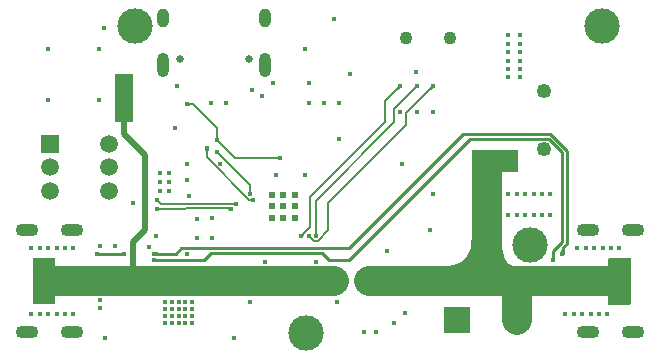
<source format=gbl>
G04*
G04 #@! TF.GenerationSoftware,Altium Limited,Altium Designer,22.2.1 (43)*
G04*
G04 Layer_Physical_Order=4*
G04 Layer_Color=16711680*
%FSLAX25Y25*%
%MOIN*%
G70*
G04*
G04 #@! TF.SameCoordinates,7E0105E5-CDA3-4412-BB16-D98C73C22E17*
G04*
G04*
G04 #@! TF.FilePolarity,Positive*
G04*
G01*
G75*
%ADD15C,0.01000*%
%ADD17C,0.00500*%
%ADD97C,0.02000*%
%ADD105R,0.07702X0.15448*%
%ADD109O,0.07480X0.04330*%
%ADD110R,0.09055X0.09055*%
%ADD111C,0.09055*%
%ADD112C,0.04331*%
%ADD113C,0.05906*%
%ADD114R,0.05906X0.05906*%
%ADD115C,0.11811*%
%ADD116C,0.04921*%
%ADD117O,0.03937X0.08268*%
%ADD118O,0.03937X0.06299*%
%ADD119C,0.02559*%
%ADD120C,0.02400*%
%ADD121C,0.01772*%
%ADD139R,0.05500X0.06200*%
%ADD140C,0.09843*%
%ADD141R,0.06000X0.16000*%
%ADD142R,0.15448X0.07702*%
G36*
X41477Y49611D02*
X41550Y49548D01*
X41623Y49493D01*
X41698Y49445D01*
X41772Y49404D01*
X41847Y49371D01*
X41923Y49345D01*
X41999Y49326D01*
X42075Y49315D01*
X42152Y49311D01*
Y48811D01*
X42075Y48808D01*
X41999Y48797D01*
X41923Y48778D01*
X41847Y48752D01*
X41772Y48719D01*
X41698Y48678D01*
X41623Y48630D01*
X41550Y48575D01*
X41477Y48512D01*
X41404Y48441D01*
Y49681D01*
X41477Y49611D01*
D02*
G37*
G36*
X40660Y34763D02*
X40696Y34742D01*
X40739Y34724D01*
X40790Y34709D01*
X40849Y34695D01*
X40916Y34685D01*
X41074Y34670D01*
X41263Y34665D01*
Y33665D01*
X41164Y33664D01*
X40916Y33646D01*
X40849Y33635D01*
X40790Y33622D01*
X40739Y33606D01*
X40696Y33588D01*
X40660Y33568D01*
X40633Y33545D01*
Y34785D01*
X40660Y34763D01*
D02*
G37*
G36*
X29367Y33380D02*
X29340Y33403D01*
X29305Y33423D01*
X29261Y33441D01*
X29210Y33457D01*
X29151Y33470D01*
X29084Y33481D01*
X28927Y33495D01*
X28737Y33500D01*
Y34500D01*
X28836Y34501D01*
X29084Y34519D01*
X29151Y34530D01*
X29210Y34543D01*
X29261Y34559D01*
X29305Y34577D01*
X29340Y34597D01*
X29367Y34620D01*
Y33380D01*
D02*
G37*
G36*
X21660Y34597D02*
X21696Y34577D01*
X21739Y34559D01*
X21790Y34543D01*
X21849Y34530D01*
X21916Y34519D01*
X22073Y34505D01*
X22263Y34500D01*
Y33500D01*
X22164Y33499D01*
X21916Y33481D01*
X21849Y33470D01*
X21790Y33457D01*
X21739Y33441D01*
X21696Y33423D01*
X21660Y33403D01*
X21633Y33380D01*
Y34620D01*
X21660Y34597D01*
D02*
G37*
G36*
X40660Y32597D02*
X40696Y32577D01*
X40739Y32559D01*
X40790Y32543D01*
X40849Y32530D01*
X40916Y32519D01*
X41074Y32505D01*
X41263Y32500D01*
Y31500D01*
X41164Y31499D01*
X40916Y31481D01*
X40849Y31470D01*
X40790Y31457D01*
X40739Y31441D01*
X40696Y31423D01*
X40660Y31403D01*
X40633Y31380D01*
Y32620D01*
X40660Y32597D01*
D02*
G37*
G36*
X41800Y50846D02*
X41743Y50898D01*
X41681Y50945D01*
X41614Y50985D01*
X41542Y51020D01*
X41466Y51050D01*
X41384Y51074D01*
X41298Y51092D01*
X41206Y51105D01*
X41110Y51113D01*
X41009Y51114D01*
X41886Y51991D01*
X41888Y51890D01*
X41895Y51794D01*
X41908Y51702D01*
X41926Y51616D01*
X41950Y51534D01*
X41980Y51458D01*
X42015Y51386D01*
X42055Y51319D01*
X42102Y51257D01*
X42153Y51200D01*
X41800Y50846D01*
D02*
G37*
G36*
X57292Y67914D02*
X57288Y67990D01*
X57277Y68067D01*
X57259Y68143D01*
X57233Y68219D01*
X57200Y68294D01*
X57159Y68368D01*
X57111Y68443D01*
X57055Y68516D01*
X56992Y68590D01*
X56922Y68662D01*
X58162D01*
X58092Y68590D01*
X58029Y68516D01*
X57973Y68443D01*
X57925Y68368D01*
X57885Y68294D01*
X57851Y68219D01*
X57825Y68143D01*
X57807Y68067D01*
X57796Y67990D01*
X57792Y67914D01*
X57292D01*
D02*
G37*
G36*
X61804Y66842D02*
X61747Y66894D01*
X61685Y66940D01*
X61618Y66981D01*
X61546Y67016D01*
X61470Y67046D01*
X61388Y67070D01*
X61302Y67088D01*
X61210Y67101D01*
X61114Y67108D01*
X61013Y67110D01*
X61890Y67987D01*
X61892Y67886D01*
X61899Y67790D01*
X61912Y67698D01*
X61930Y67612D01*
X61954Y67530D01*
X61984Y67453D01*
X62019Y67382D01*
X62060Y67315D01*
X62106Y67253D01*
X62158Y67196D01*
X61804Y66842D01*
D02*
G37*
G36*
X61800Y70846D02*
X61743Y70898D01*
X61681Y70944D01*
X61614Y70985D01*
X61542Y71020D01*
X61466Y71050D01*
X61384Y71074D01*
X61298Y71092D01*
X61206Y71105D01*
X61110Y71113D01*
X61009Y71114D01*
X61886Y71991D01*
X61888Y71890D01*
X61895Y71794D01*
X61908Y71702D01*
X61926Y71616D01*
X61950Y71534D01*
X61980Y71458D01*
X62015Y71386D01*
X62055Y71319D01*
X62102Y71257D01*
X62154Y71200D01*
X61800Y70846D01*
D02*
G37*
G36*
X61250Y73381D02*
X61254Y73304D01*
X61265Y73228D01*
X61283Y73152D01*
X61309Y73076D01*
X61343Y73001D01*
X61383Y72926D01*
X61431Y72852D01*
X61487Y72779D01*
X61550Y72705D01*
X61620Y72633D01*
X60380D01*
X60450Y72705D01*
X60513Y72779D01*
X60569Y72852D01*
X60617Y72926D01*
X60658Y73001D01*
X60691Y73076D01*
X60717Y73152D01*
X60735Y73228D01*
X60746Y73304D01*
X60750Y73381D01*
X61250D01*
D02*
G37*
G36*
X52381Y83750D02*
X52304Y83746D01*
X52228Y83735D01*
X52152Y83717D01*
X52076Y83691D01*
X52001Y83657D01*
X51926Y83617D01*
X51852Y83569D01*
X51779Y83513D01*
X51705Y83450D01*
X51633Y83380D01*
Y84620D01*
X51705Y84550D01*
X51779Y84487D01*
X51852Y84431D01*
X51926Y84383D01*
X52001Y84342D01*
X52076Y84309D01*
X52152Y84283D01*
X52228Y84265D01*
X52304Y84254D01*
X52381Y84250D01*
Y83750D01*
D02*
G37*
G36*
X64173Y49779D02*
X64239Y49782D01*
X64310Y49789D01*
X64384Y49801D01*
X64545Y49839D01*
X64631Y49865D01*
X64914Y49973D01*
X65016Y50018D01*
X64573Y48860D01*
X64534Y48940D01*
X64490Y49011D01*
X64442Y49074D01*
X64389Y49128D01*
X64331Y49175D01*
X64268Y49212D01*
X64201Y49242D01*
X64129Y49263D01*
X64052Y49275D01*
X63970Y49279D01*
X64173Y49779D01*
D02*
G37*
G36*
X65808Y51038D02*
X65885Y51042D01*
X65961Y51053D01*
X66037Y51071D01*
X66113Y51097D01*
X66188Y51130D01*
X66263Y51171D01*
X66337Y51219D01*
X66411Y51275D01*
X66484Y51338D01*
X66557Y51408D01*
Y50168D01*
X66484Y50238D01*
X66411Y50301D01*
X66337Y50357D01*
X66263Y50405D01*
X66188Y50445D01*
X66113Y50479D01*
X66037Y50505D01*
X65961Y50523D01*
X65885Y50534D01*
X65808Y50538D01*
Y51038D01*
D02*
G37*
G36*
X72250Y55381D02*
X72254Y55304D01*
X72265Y55228D01*
X72283Y55152D01*
X72309Y55076D01*
X72342Y55001D01*
X72383Y54927D01*
X72431Y54852D01*
X72487Y54779D01*
X72550Y54705D01*
X72620Y54633D01*
X71380D01*
X71450Y54705D01*
X71513Y54779D01*
X71569Y54852D01*
X71617Y54927D01*
X71658Y55001D01*
X71691Y55076D01*
X71717Y55152D01*
X71735Y55228D01*
X71746Y55304D01*
X71750Y55381D01*
X72250D01*
D02*
G37*
G36*
X90153Y40800D02*
X90102Y40743D01*
X90056Y40681D01*
X90015Y40614D01*
X89980Y40542D01*
X89950Y40466D01*
X89926Y40384D01*
X89908Y40298D01*
X89895Y40206D01*
X89887Y40110D01*
X89886Y40009D01*
X89009Y40886D01*
X89110Y40887D01*
X89206Y40895D01*
X89298Y40908D01*
X89384Y40926D01*
X89466Y40950D01*
X89542Y40980D01*
X89614Y41015D01*
X89681Y41056D01*
X89743Y41102D01*
X89800Y41153D01*
X90153Y40800D01*
D02*
G37*
G36*
X94076Y41381D02*
X94080Y41304D01*
X94091Y41228D01*
X94110Y41152D01*
X94136Y41076D01*
X94169Y41001D01*
X94210Y40927D01*
X94258Y40852D01*
X94313Y40779D01*
X94376Y40705D01*
X94446Y40633D01*
X93206D01*
X93277Y40705D01*
X93340Y40779D01*
X93395Y40852D01*
X93443Y40927D01*
X93484Y41001D01*
X93517Y41076D01*
X93543Y41152D01*
X93562Y41228D01*
X93573Y41304D01*
X93576Y41381D01*
X94076D01*
D02*
G37*
G36*
X80619Y66250D02*
X80696Y66254D01*
X80772Y66265D01*
X80848Y66283D01*
X80924Y66309D01*
X80999Y66343D01*
X81073Y66383D01*
X81148Y66431D01*
X81221Y66487D01*
X81295Y66550D01*
X81367Y66620D01*
Y65380D01*
X81295Y65450D01*
X81221Y65513D01*
X81148Y65569D01*
X81073Y65617D01*
X80999Y65658D01*
X80924Y65691D01*
X80848Y65717D01*
X80772Y65735D01*
X80696Y65746D01*
X80619Y65750D01*
Y66250D01*
D02*
G37*
G36*
X160760Y29921D02*
X159787Y30020D01*
X158916Y30315D01*
X158148Y30807D01*
X157482Y31496D01*
X156919Y32382D01*
X156458Y33465D01*
X156099Y34744D01*
X155843Y36220D01*
X155689Y37894D01*
X155638Y39764D01*
X145796D01*
X145697Y37894D01*
X145402Y36220D01*
X144910Y34744D01*
X144221Y33465D01*
X143335Y32382D01*
X142252Y31496D01*
X140973Y30807D01*
X139496Y30315D01*
X137823Y30020D01*
X135953Y29921D01*
X150717Y20079D01*
D01*
D01*
D01*
D01*
D01*
D01*
D01*
D01*
D01*
D01*
X160760Y29921D01*
D02*
G37*
G36*
X173500Y33263D02*
X173501Y33164D01*
X173519Y32916D01*
X173530Y32849D01*
X173543Y32790D01*
X173559Y32739D01*
X173577Y32695D01*
X173597Y32660D01*
X173620Y32633D01*
X172380D01*
X172403Y32660D01*
X172423Y32695D01*
X172441Y32739D01*
X172457Y32790D01*
X172470Y32849D01*
X172481Y32916D01*
X172495Y33073D01*
X172500Y33263D01*
X173500D01*
D02*
G37*
G36*
X176648Y35136D02*
X176648Y35036D01*
X176673Y34665D01*
X176682Y34616D01*
X176692Y34576D01*
X176704Y34544D01*
X176717Y34520D01*
X175494Y34727D01*
X175523Y34753D01*
X175549Y34786D01*
X175572Y34828D01*
X175592Y34877D01*
X175609Y34935D01*
X175623Y35001D01*
X175634Y35074D01*
X175646Y35246D01*
X175648Y35344D01*
X176648Y35136D01*
D02*
G37*
G36*
X120846Y89200D02*
X120898Y89257D01*
X120944Y89319D01*
X120985Y89386D01*
X121020Y89458D01*
X121050Y89534D01*
X121074Y89616D01*
X121092Y89702D01*
X121105Y89794D01*
X121113Y89890D01*
X121114Y89991D01*
X121991Y89114D01*
X121890Y89113D01*
X121794Y89105D01*
X121702Y89092D01*
X121616Y89074D01*
X121534Y89050D01*
X121458Y89020D01*
X121386Y88985D01*
X121319Y88945D01*
X121257Y88898D01*
X121200Y88846D01*
X120846Y89200D01*
D02*
G37*
G36*
X126346D02*
X126398Y89257D01*
X126444Y89319D01*
X126485Y89386D01*
X126520Y89458D01*
X126550Y89534D01*
X126574Y89616D01*
X126592Y89702D01*
X126605Y89794D01*
X126612Y89890D01*
X126614Y89991D01*
X127491Y89114D01*
X127390Y89113D01*
X127294Y89105D01*
X127202Y89092D01*
X127116Y89074D01*
X127034Y89050D01*
X126957Y89020D01*
X126886Y88985D01*
X126819Y88945D01*
X126757Y88898D01*
X126700Y88846D01*
X126346Y89200D01*
D02*
G37*
G36*
X131846D02*
X131898Y89257D01*
X131944Y89319D01*
X131985Y89386D01*
X132020Y89458D01*
X132050Y89534D01*
X132074Y89616D01*
X132092Y89702D01*
X132105Y89794D01*
X132112Y89890D01*
X132114Y89991D01*
X132991Y89114D01*
X132890Y89113D01*
X132793Y89105D01*
X132702Y89092D01*
X132615Y89074D01*
X132534Y89050D01*
X132457Y89020D01*
X132386Y88985D01*
X132319Y88945D01*
X132257Y88898D01*
X132200Y88846D01*
X131846Y89200D01*
D02*
G37*
D15*
X98343Y32000D02*
X105000D01*
X95736Y34606D02*
X98343Y32000D01*
X59000Y34606D02*
X95736D01*
X40000Y32000D02*
X56394D01*
X59000Y34606D01*
X105000Y32000D02*
X145354Y72354D01*
X176000Y34000D02*
X176148Y34148D01*
Y36309D01*
X177394Y37555D01*
X176000Y38132D02*
Y68000D01*
X173000Y35132D02*
X176000Y38132D01*
X171646Y72354D02*
X176000Y68000D01*
X173000Y32000D02*
Y35132D01*
X171971Y74000D02*
X177394Y68577D01*
Y37555D02*
Y68577D01*
X143000Y74000D02*
X171971D01*
X105000Y36000D02*
X143000Y74000D01*
X145354Y72354D02*
X171646D01*
X49000Y36000D02*
X105000D01*
X40000Y34165D02*
X47165D01*
X49000Y36000D01*
X21000Y34000D02*
X30000D01*
D17*
X61004Y67996D02*
X72000Y57000D01*
Y54000D02*
Y57000D01*
X71594Y52243D02*
X72757D01*
X57542Y66295D02*
X71594Y52243D01*
X72757D02*
X73000Y52000D01*
X57542Y66295D02*
Y69295D01*
X65041Y49213D02*
X65385D01*
X50315Y49061D02*
X50783Y49529D01*
X64724D01*
X40771Y49061D02*
X50315D01*
X64724Y49529D02*
X65041Y49213D01*
X42212Y50788D02*
X67189D01*
X41000Y52000D02*
X42212Y50788D01*
X61000Y72000D02*
X67000Y66000D01*
X82000D01*
X98000Y51000D02*
X124000Y77000D01*
X98000Y42000D02*
Y51000D01*
X94471Y38471D02*
X98000Y42000D01*
X124000Y81000D02*
X133000Y90000D01*
X124000Y77000D02*
Y81000D01*
X120000Y82500D02*
X127500Y90000D01*
X120000Y78000D02*
Y82500D01*
X117000Y78000D02*
Y85000D01*
X122000Y90000D01*
X51000Y84000D02*
X53000D01*
X61000Y76000D01*
Y72000D02*
Y76000D01*
X92000Y53000D02*
X117000Y78000D01*
X89000Y40000D02*
X92000Y43000D01*
Y53000D01*
X93826Y40000D02*
Y51826D01*
X120000Y78000D01*
X93191Y38471D02*
X94471D01*
X91661Y40000D02*
X93191Y38471D01*
D97*
X33000Y38000D02*
X37000Y42000D01*
X30000Y74000D02*
X37000Y67000D01*
Y42000D02*
Y67000D01*
X33000Y27101D02*
Y38000D01*
X31000Y25102D02*
X33000Y27101D01*
X30000Y74000D02*
Y81000D01*
D105*
X194795Y24928D02*
D03*
X195205Y25072D02*
D03*
X3205D02*
D03*
D109*
X-2480Y7990D02*
D03*
Y42010D02*
D03*
X12480Y7990D02*
D03*
Y42010D02*
D03*
X199480D02*
D03*
Y7990D02*
D03*
X184520Y42010D02*
D03*
Y7990D02*
D03*
D110*
X141000Y12000D02*
D03*
D111*
X161000D02*
D03*
D112*
X123709Y106114D02*
D03*
X138669D02*
D03*
D113*
X24843Y55126D02*
D03*
X5158Y63000D02*
D03*
Y55126D02*
D03*
X24843Y70874D02*
D03*
Y63000D02*
D03*
D114*
X5158Y70874D02*
D03*
D115*
X33465Y110236D02*
D03*
X90551Y7874D02*
D03*
X165354Y37008D02*
D03*
X189126Y110126D02*
D03*
D116*
X169710Y69000D02*
D03*
Y88291D02*
D03*
D117*
X77028Y97173D02*
D03*
X42972D02*
D03*
D118*
X77028Y112921D02*
D03*
X42972D02*
D03*
D119*
X48622Y99142D02*
D03*
X71378D02*
D03*
D120*
X83000Y50001D02*
D03*
Y53937D02*
D03*
X83002Y46065D02*
D03*
X79063Y46063D02*
D03*
X86937D02*
D03*
X79064Y53937D02*
D03*
Y50001D02*
D03*
X86937Y53937D02*
D03*
Y50000D02*
D03*
D121*
X113740Y8059D02*
D03*
X110000Y8000D02*
D03*
X51595Y53508D02*
D03*
X13000Y14000D02*
D03*
X7400D02*
D03*
X10200D02*
D03*
X4600D02*
D03*
X1800D02*
D03*
X-1000D02*
D03*
X13000Y36000D02*
D03*
X7400D02*
D03*
X10200D02*
D03*
X4600D02*
D03*
X1800D02*
D03*
X-1000D02*
D03*
X77000Y31302D02*
D03*
X94000D02*
D03*
X22000Y16000D02*
D03*
Y18901D02*
D03*
X40500Y40000D02*
D03*
X32897Y51142D02*
D03*
X42000Y61000D02*
D03*
Y58000D02*
D03*
Y55000D02*
D03*
X45000D02*
D03*
Y58000D02*
D03*
Y61000D02*
D03*
X162000Y93000D02*
D03*
Y98600D02*
D03*
Y95800D02*
D03*
Y101400D02*
D03*
Y104200D02*
D03*
Y107000D02*
D03*
X158000Y93000D02*
D03*
Y98600D02*
D03*
Y95800D02*
D03*
Y101400D02*
D03*
Y104200D02*
D03*
Y107000D02*
D03*
Y47000D02*
D03*
X163600D02*
D03*
X160800D02*
D03*
X166400D02*
D03*
X169200D02*
D03*
X172000D02*
D03*
X158000Y54000D02*
D03*
X163600D02*
D03*
X160800D02*
D03*
X166400D02*
D03*
X169200D02*
D03*
X172000D02*
D03*
X181000Y36000D02*
D03*
X186600D02*
D03*
X183800D02*
D03*
X189400D02*
D03*
X192200D02*
D03*
X195000D02*
D03*
X191000Y14000D02*
D03*
X188200D02*
D03*
X185400D02*
D03*
X179800D02*
D03*
X182600D02*
D03*
X177000D02*
D03*
X79441Y91000D02*
D03*
X99963Y112441D02*
D03*
X105335Y94059D02*
D03*
X91441Y91000D02*
D03*
X23118Y109559D02*
D03*
X59000Y84441D02*
D03*
X66559Y6000D02*
D03*
X117559Y35000D02*
D03*
X101000Y18000D02*
D03*
X117000Y25000D02*
D03*
X123441Y14441D02*
D03*
X120000Y11000D02*
D03*
X132000Y42000D02*
D03*
X133000Y54000D02*
D03*
X101485Y72341D02*
D03*
X96469Y84532D02*
D03*
X90125Y60484D02*
D03*
X80560Y60396D02*
D03*
X62000Y64000D02*
D03*
X54171Y45911D02*
D03*
X59348Y46031D02*
D03*
X54290Y39382D02*
D03*
X52560Y13320D02*
D03*
X43560Y15653D02*
D03*
X45810Y13320D02*
D03*
X48060Y10987D02*
D03*
X52560D02*
D03*
Y17987D02*
D03*
X45810D02*
D03*
X48060D02*
D03*
Y13320D02*
D03*
X43560Y10987D02*
D03*
X52560Y15653D02*
D03*
X45810D02*
D03*
X43560Y13320D02*
D03*
X50310D02*
D03*
X43560Y17987D02*
D03*
X50310D02*
D03*
Y15653D02*
D03*
Y10987D02*
D03*
X48060Y15653D02*
D03*
X45810Y10987D02*
D03*
X41000Y52000D02*
D03*
X40771Y49061D02*
D03*
X65385Y49213D02*
D03*
X67189Y50788D02*
D03*
X50789Y58775D02*
D03*
X82000Y66000D02*
D03*
X57542Y69295D02*
D03*
X61004Y67996D02*
D03*
X73000Y52000D02*
D03*
X72000Y54000D02*
D03*
X40000Y34165D02*
D03*
Y32000D02*
D03*
X30000Y34000D02*
D03*
X21000D02*
D03*
X38118Y36500D02*
D03*
X173000Y32000D02*
D03*
X176000Y34000D02*
D03*
X101000Y24000D02*
D03*
X122000Y90000D02*
D03*
X133000D02*
D03*
X127500D02*
D03*
X30000Y81000D02*
D03*
X29000Y88488D02*
D03*
Y91000D02*
D03*
X47392Y90263D02*
D03*
X72631Y88862D02*
D03*
X51000Y84000D02*
D03*
X21638Y102446D02*
D03*
X61000Y72000D02*
D03*
X47000Y76000D02*
D03*
X89000Y40000D02*
D03*
X91661D02*
D03*
X93826D02*
D03*
X122500Y64000D02*
D03*
X122000Y81382D02*
D03*
X127500D02*
D03*
X133000D02*
D03*
X127252Y94937D02*
D03*
X90329Y102465D02*
D03*
X4708Y102425D02*
D03*
Y85575D02*
D03*
X21638D02*
D03*
X101485Y84476D02*
D03*
X91485Y84500D02*
D03*
X75866Y86847D02*
D03*
X64000Y84500D02*
D03*
X50789Y64000D02*
D03*
X59348Y39382D02*
D03*
X23500Y6000D02*
D03*
X22000Y36941D02*
D03*
X27000D02*
D03*
X50941Y34000D02*
D03*
X72000Y18000D02*
D03*
X197000Y30898D02*
D03*
X193326Y28000D02*
D03*
Y30898D02*
D03*
X197000Y28000D02*
D03*
Y25102D02*
D03*
X193326D02*
D03*
X159412Y66749D02*
D03*
X156514Y63075D02*
D03*
Y66749D02*
D03*
X159412Y63075D02*
D03*
X197000Y22203D02*
D03*
Y19304D02*
D03*
X193326D02*
D03*
Y22203D02*
D03*
X150717Y66749D02*
D03*
X153615D02*
D03*
X150717Y63075D02*
D03*
X147818D02*
D03*
Y66749D02*
D03*
X153615Y63075D02*
D03*
X5000Y25102D02*
D03*
Y22203D02*
D03*
Y30898D02*
D03*
X1326Y28000D02*
D03*
Y30898D02*
D03*
X5000Y28000D02*
D03*
X1326Y22203D02*
D03*
Y25102D02*
D03*
X5000Y19304D02*
D03*
X1326D02*
D03*
D139*
X100291Y25000D02*
D03*
X111512D02*
D03*
D140*
X5000Y25102D02*
X31000D01*
X117000Y25000D02*
X150717D01*
X111512D02*
X117000D01*
X31000Y25102D02*
X99722D01*
X150717Y25000D02*
X160760D01*
X150717D02*
Y63075D01*
X193224Y25000D02*
X193326Y25102D01*
X160760Y25000D02*
X193224D01*
X161000Y12000D02*
Y24760D01*
X160760Y25000D02*
X161000Y24760D01*
D141*
X30000Y86000D02*
D03*
D142*
X153645Y64954D02*
D03*
M02*

</source>
